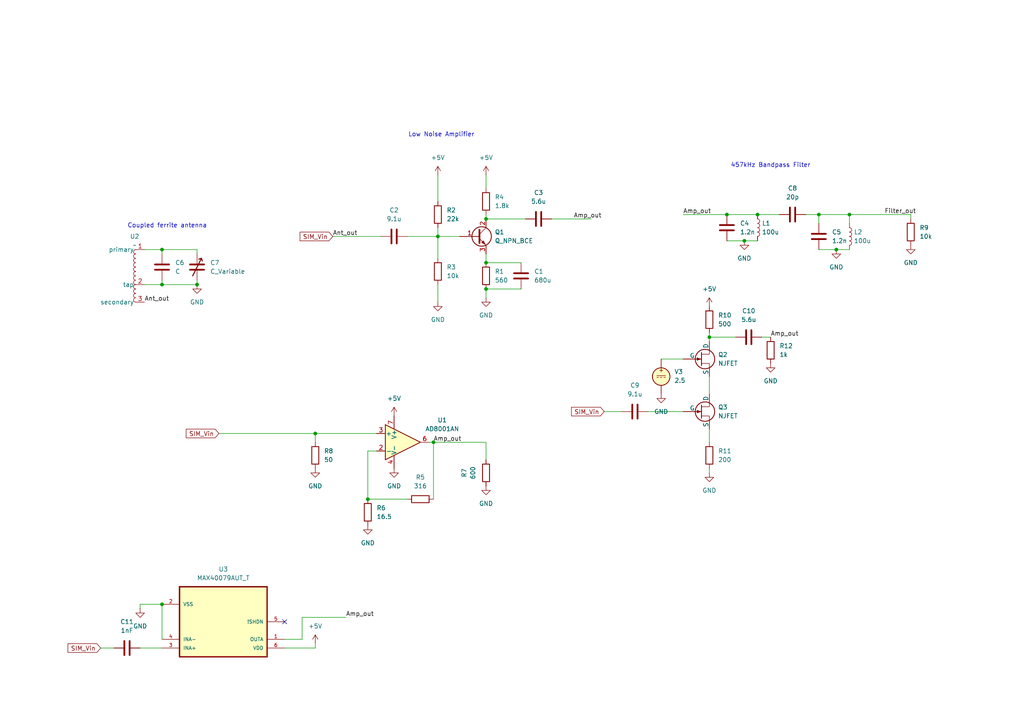
<source format=kicad_sch>
(kicad_sch (version 20250114) (generator "eeschema") (generator_version "9.0")
  (paper "A4")
  (lib_symbols
    (symbol "+5V_1" (power) (pin_numbers (hide yes)) (pin_names (offset 0) (hide yes))
      (property "Value" "+5V" (at 0 3.556 0))
      (symbol "+5V_1_0_1"
        (polyline (pts (xy -0.762 1.27) (xy 0 2.54)))
        (polyline (pts (xy 0 2.54) (xy 0.762 1.27)))
        (polyline (pts (xy 0 0) (xy 0 2.54)))
      )
      (symbol "+5V_1_1_1"
        (pin power_in line (at 0 0 90) (length 0) (name "~") (number "1"))
      )
    )
    (symbol "Amplifier_Operational:AD8001AN" (pin_names (offset 0.127))
      (property "Reference" "U" (at 0 6.35 0))
      (property "Value" "AD8001AN" (at 0 3.81 0))
      (symbol "AD8001AN_0_1"
        (polyline (pts (xy -5.08 5.08) (xy 5.08 0) (xy -5.08 -5.08) (xy -5.08 5.08)) (stroke (width 0.254)) (fill (type background)))
      )
      (symbol "AD8001AN_1_1"
        (pin input line (at -7.62 2.54 0) (length 2.54) (name "+") (number "3"))
        (pin input line (at -7.62 -2.54 0) (length 2.54) (name "-") (number "2"))
        (pin no_connect line (at -5.08 -2.54 90) (length 2.54) (hide yes) (name "NC") (number "1"))
        (pin power_in line (at -2.54 7.62 270) (length 3.81) (name "V+") (number "7"))
        (pin no_connect line (at -2.54 -2.54 90) (length 2.54) (hide yes) (name "NC") (number "5"))
        (pin power_in line (at -2.54 -7.62 90) (length 3.81) (name "V-") (number "4"))
        (pin no_connect line (at 0 -2.54 90) (length 2.54) (hide yes) (name "NC") (number "8"))
        (pin output line (at 7.62 0 180) (length 2.54) (name "~") (number "6"))
      )
    )
    (symbol "Device:C" (pin_numbers (hide yes)) (pin_names (offset 0.254))
      (property "Reference" "C" (at 0.635 2.54 0))
      (property "Value" "C" (at 0.635 -2.54 0))
      (symbol "C_0_1"
        (polyline (pts (xy -2.032 0.762) (xy 2.032 0.762)) (stroke (width 0.508)))
        (polyline (pts (xy -2.032 -0.762) (xy 2.032 -0.762)) (stroke (width 0.508)))
      )
      (symbol "C_1_1"
        (pin passive line (at 0 3.81 270) (length 2.794) (name "~") (number "1"))
        (pin passive line (at 0 -3.81 90) (length 2.794) (name "~") (number "2"))
      )
    )
    (symbol "Device:C_Variable" (pin_numbers (hide yes)) (pin_names (offset 0.254) (hide yes))
      (property "Reference" "C" (at 0.635 -1.905 0))
      (property "Value" "C_Variable" (at 0.635 -3.81 0))
      (symbol "C_Variable_0_1"
        (polyline (pts (xy -2.032 0.762) (xy 2.032 0.762)) (stroke (width 0.508)))
        (polyline (pts (xy -2.032 -0.762) (xy 2.032 -0.762)) (stroke (width 0.508)))
        (polyline (pts (xy 1.27 2.54) (xy -1.27 -2.54)) (stroke (width 0.3048)))
        (polyline (pts (xy 1.27 2.54) (xy 0.508 2.286)) (stroke (width 0.3048)))
        (polyline (pts (xy 1.27 2.54) (xy 1.524 1.778)) (stroke (width 0.3048)))
      )
      (symbol "C_Variable_1_1"
        (pin passive line (at 0 3.81 270) (length 3.048) (name "~") (number "1"))
        (pin passive line (at 0 -3.81 90) (length 3.048) (name "~") (number "2"))
      )
    )
    (symbol "Device:L" (pin_numbers (hide yes)) (pin_names (offset 1.016) (hide yes))
      (property "Reference" "L" (at -1.27 0 90))
      (property "Value" "L" (at 1.905 0 90))
      (symbol "L_0_1"
        (arc (start 0 2.54) (mid 0.6323 1.905) (end 0 1.27))
        (arc (start 0 1.27) (mid 0.6323 0.635) (end 0 0))
        (arc (start 0 0) (mid 0.6323 -0.635) (end 0 -1.27))
        (arc (start 0 -1.27) (mid 0.6323 -1.905) (end 0 -2.54))
      )
      (symbol "L_1_1"
        (pin passive line (at 0 3.81 270) (length 1.27) (name "1") (number "1"))
        (pin passive line (at 0 -3.81 90) (length 1.27) (name "2") (number "2"))
      )
    )
    (symbol "Device:Q_NPN_BCE" (pin_names (offset 0) (hide yes))
      (property "Reference" "Q" (at 5.08 1.27 0))
      (property "Value" "Q_NPN_BCE" (at 5.08 -1.27 0))
      (symbol "Q_NPN_BCE_0_1"
        (polyline (pts (xy 0.635 1.905) (xy 0.635 -1.905) (xy 0.635 -1.905)) (stroke (width 0.508)))
        (polyline (pts (xy 0.635 0.635) (xy 2.54 2.54)))
        (polyline (pts (xy 0.635 -0.635) (xy 2.54 -2.54) (xy 2.54 -2.54)))
        (circle (center 1.27 0) (radius 2.8194) (stroke (width 0.254)))
        (polyline (pts (xy 1.27 -1.778) (xy 1.778 -1.27) (xy 2.286 -2.286) (xy 1.27 -1.778) (xy 1.27 -1.778)) (fill (type outline)))
      )
      (symbol "Q_NPN_BCE_1_1"
        (pin input line (at -5.08 0 0) (length 5.715) (name "B") (number "1"))
        (pin passive line (at 2.54 5.08 270) (length 2.54) (name "C") (number "2"))
        (pin passive line (at 2.54 -5.08 90) (length 2.54) (name "E") (number "3"))
      )
    )
    (symbol "Device:R" (pin_numbers (hide yes)) (pin_names (offset 0))
      (property "Reference" "R" (at 2.032 0 90))
      (property "Value" "R" (at 0 0 90))
      (symbol "R_0_1"
        (rectangle (start -1.016 -2.54) (end 1.016 2.54) (stroke (width 0.254)))
      )
      (symbol "R_1_1"
        (pin passive line (at 0 3.81 270) (length 1.27) (name "~") (number "1"))
        (pin passive line (at 0 -3.81 90) (length 1.27) (name "~") (number "2"))
      )
    )
    (symbol "GND_1" (power) (pin_numbers (hide yes)) (pin_names (offset 0) (hide yes))
      (property "Value" "GND" (at 0 -3.81 0))
      (symbol "GND_1_0_1"
        (polyline (pts (xy 0 0) (xy 0 -1.27) (xy 1.27 -1.27) (xy 0 -2.54) (xy -1.27 -1.27) (xy 0 -1.27)))
      )
      (symbol "GND_1_1_1"
        (pin power_in line (at 0 0 270) (length 0) (name "~") (number "1"))
      )
    )
    (symbol "Op-Amp:MAX40079AUT_T" (pin_names (offset 1.016))
      (property "Reference" "U" (at -12.7 11.16 0))
      (property "Value" "MAX40079AUT_T" (at -12.7 -14.16 0))
      (symbol "MAX40079AUT_T_0_0"
        (rectangle (start -12.7 -10.16) (end 12.7 10.16) (stroke (width 0.41)) (fill (type background)))
      )
      (symbol "MAX40079AUT_T_1_0"
        (pin input line (at -17.78 7.62 0) (length 5.08) (name "VDD") (number "6"))
        (pin input line (at -17.78 5.08 0) (length 5.08) (name "OUTA") (number "1"))
        (pin bidirectional line (at -17.78 0 0) (length 5.08) (name "!SHDN") (number "5"))
        (pin output line (at 17.78 7.62 180) (length 5.08) (name "INA+") (number "3"))
        (pin output line (at 17.78 5.08 180) (length 5.08) (name "INA-") (number "4"))
        (pin power_in line (at 17.78 -5.08 180) (length 5.08) (name "VSS") (number "2"))
      )
    )
    (symbol "Simulation_SPICE:NJFET" (pin_numbers (hide yes)) (pin_names (offset 0))
      (property "Reference" "Q" (at 5.08 1.27 0))
      (property "Value" "NJFET" (at 5.08 -1.27 0))
      (symbol "NJFET_0_1"
        (polyline (pts (xy 0 0) (xy -1.016 0.381) (xy -1.016 -0.381) (xy 0 0)) (fill (type outline)))
        (polyline (pts (xy 0.254 1.905) (xy 0.254 -1.905) (xy 0.254 -1.905)) (stroke (width 0.254)))
        (circle (center 1.27 0) (radius 2.8194) (stroke (width 0.254)))
        (polyline (pts (xy 2.54 2.54) (xy 2.54 1.397) (xy 0.254 1.397)))
        (polyline (pts (xy 2.54 -2.54) (xy 2.54 -1.27) (xy 0.254 -1.27)))
      )
      (symbol "NJFET_1_1"
        (pin input line (at -5.08 0 0) (length 5.334) (name "G") (number "2"))
        (pin passive line (at 2.54 5.08 270) (length 2.54) (name "D") (number "1"))
        (pin passive line (at 2.54 -5.08 90) (length 2.54) (name "S") (number "3"))
      )
    )
    (symbol "Simulation_SPICE:VDC" (pin_numbers (hide yes)) (pin_names (offset 0.0254))
      (property "Reference" "V" (at 2.54 2.54 0))
      (property "Value" "1" (at 2.54 0 0))
      (symbol "VDC_0_0"
        (polyline (pts (xy -1.27 0.254) (xy 1.27 0.254)))
        (polyline (pts (xy -0.762 -0.254) (xy -1.27 -0.254)))
        (polyline (pts (xy 0.254 -0.254) (xy -0.254 -0.254)))
        (polyline (pts (xy 1.27 -0.254) (xy 0.762 -0.254)))
        (text "+" (at 0 1.905 0) (effects (font (size 1.27 1.27))))
      )
      (symbol "VDC_0_1"
        (circle (center 0 0) (radius 2.54) (stroke (width 0.254)) (fill (type background)))
      )
      (symbol "VDC_1_1"
        (pin passive line (at 0 5.08 270) (length 2.54) (name "~") (number "1"))
        (pin passive line (at 0 -5.08 90) (length 2.54) (name "~") (number "2"))
      )
    )
    (symbol "antenna:Ferrite_antenna_tapped"
      (property "Reference" "U" (at 0 0 0))
      (symbol "Ferrite_antenna_tapped_0_1"
        (arc (start -2.54 -3.81) (mid -3.175 -3.175) (end -2.54 -2.54))
        (arc (start -2.54 -5.08) (mid -3.175 -4.445) (end -2.54 -3.81))
        (arc (start -2.54 -6.35) (mid -3.175 -5.715) (end -2.54 -5.08))
        (arc (start -2.54 -7.62) (mid -3.175 -6.985) (end -2.54 -6.35))
        (arc (start -2.54 -8.89) (mid -3.175 -8.255) (end -2.54 -7.62))
        (arc (start -2.54 -10.16) (mid -3.175 -9.525) (end -2.54 -8.89))
        (arc (start -2.54 -11.43) (mid -3.175 -10.795) (end -2.54 -10.16))
        (arc (start -2.54 -12.7) (mid -3.175 -12.065) (end -2.54 -11.43))
        (arc (start -2.54 -13.97) (mid -3.175 -13.335) (end -2.54 -12.7))
        (arc (start -2.54 -15.24) (mid -3.175 -14.605) (end -2.54 -13.97))
        (arc (start -2.54 -16.51) (mid -3.175 -15.875) (end -2.54 -15.24))
        (arc (start -2.54 -17.78) (mid -3.175 -17.145) (end -2.54 -16.51))
      )
      (symbol "Ferrite_antenna_tapped_1_1"
        (pin passive line (at 0 -2.54 180) (length 2.54) (name "primary") (number "1"))
        (pin passive line (at 0 -12.7 180) (length 2.54) (name "tap") (number "2"))
        (pin passive line (at 0 -17.78 180) (length 2.54) (name "secondary") (number "3"))
      )
    )
    (symbol "power:+5V" (power) (pin_names (offset 0))
      (property "Value" "+5V" (at 0 3.556 0))
      (symbol "+5V_0_1"
        (polyline (pts (xy -0.762 1.27) (xy 0 2.54)))
        (polyline (pts (xy 0 2.54) (xy 0.762 1.27)))
        (polyline (pts (xy 0 0) (xy 0 2.54)))
      )
      (symbol "+5V_1_1"
        (pin power_in line (at 0 0 90) (length 0) (hide yes) (name "+5V") (number "1"))
      )
    )
    (symbol "power:GND" (power) (pin_names (offset 0))
      (property "Value" "GND" (at 0 -3.81 0))
      (symbol "GND_0_1"
        (polyline (pts (xy 0 0) (xy 0 -1.27) (xy 1.27 -1.27) (xy 0 -2.54) (xy -1.27 -1.27) (xy 0 -1.27)))
      )
      (symbol "GND_1_1"
        (pin power_in line (at 0 0 270) (length 0) (hide yes) (name "GND") (number "1"))
      )
    )
  )
  (text "Low Noise Amplifier" (at 128.016 39.116 0) (effects (font (size 1.27 1.27))))
  (text "Coupled ferrite antenna" (at 48.514 65.532 0) (effects (font (size 1.27 1.27))))
  (text "457kHz Bandpass Filter" (at 223.52 48.006 0) (effects (font (size 1.27 1.27))))
  (junction (at 91.44 125.73))
  (junction (at 57.15 82.55))
  (junction (at 215.9 69.85))
  (junction (at 219.71 62.23))
  (junction (at 140.97 76.2))
  (junction (at 246.38 62.23))
  (junction (at 205.74 97.79))
  (junction (at 242.57 72.39))
  (junction (at 127 68.58))
  (junction (at 106.68 144.78))
  (junction (at 237.49 62.23))
  (junction (at 210.82 62.23))
  (junction (at 46.99 82.55))
  (junction (at 46.99 72.39))
  (junction (at 140.97 83.82))
  (junction (at 140.97 63.5))
  (junction (at 125.73 128.27))
  (junction (at 46.99 175.26))
  (no_connect (at 82.55 180.34))
  (wire (pts (xy 82.55 187.96) (xy 91.44 187.96)))
  (wire (pts (xy 264.16 63.5) (xy 264.16 62.23)))
  (wire (pts (xy 40.64 175.26) (xy 46.99 175.26)))
  (wire (pts (xy 63.5 125.73) (xy 91.44 125.73)))
  (wire (pts (xy 246.38 62.23) (xy 264.16 62.23)))
  (wire (pts (xy 140.97 50.8) (xy 140.97 54.61)))
  (wire (pts (xy 87.63 179.07) (xy 100.33 179.07)))
  (wire (pts (xy 40.64 187.96) (xy 46.99 187.96)))
  (wire (pts (xy 91.44 125.73) (xy 91.44 128.27)))
  (wire (pts (xy 96.52 68.58) (xy 110.49 68.58)))
  (wire (pts (xy 140.97 83.82) (xy 151.13 83.82)))
  (wire (pts (xy 41.91 72.39) (xy 46.99 72.39)))
  (wire (pts (xy 198.12 62.23) (xy 210.82 62.23)))
  (wire (pts (xy 205.74 137.16) (xy 205.74 135.89)))
  (wire (pts (xy 106.68 130.81) (xy 106.68 144.78)))
  (wire (pts (xy 233.68 62.23) (xy 237.49 62.23)))
  (wire (pts (xy 187.96 119.38) (xy 198.12 119.38)))
  (wire (pts (xy 82.55 185.42) (xy 87.63 185.42)))
  (wire (pts (xy 125.73 128.27) (xy 125.73 144.78)))
  (wire (pts (xy 140.97 62.23) (xy 140.97 63.5)))
  (wire (pts (xy 40.64 175.26) (xy 40.64 176.53)))
  (wire (pts (xy 87.63 185.42) (xy 87.63 179.07)))
  (wire (pts (xy 205.74 97.79) (xy 205.74 99.06)))
  (wire (pts (xy 127 66.04) (xy 127 68.58)))
  (wire (pts (xy 215.9 69.85) (xy 219.71 69.85)))
  (wire (pts (xy 46.99 81.28) (xy 46.99 82.55)))
  (wire (pts (xy 29.21 187.96) (xy 33.02 187.96)))
  (wire (pts (xy 140.97 128.27) (xy 125.73 128.27)))
  (wire (pts (xy 106.68 130.81) (xy 109.22 130.81)))
  (wire (pts (xy 127 50.8) (xy 127 58.42)))
  (wire (pts (xy 151.13 76.2) (xy 140.97 76.2)))
  (wire (pts (xy 91.44 187.96) (xy 91.44 186.69)))
  (wire (pts (xy 152.4 63.5) (xy 140.97 63.5)))
  (wire (pts (xy 237.49 72.39) (xy 242.57 72.39)))
  (wire (pts (xy 219.71 62.23) (xy 226.06 62.23)))
  (wire (pts (xy 57.15 72.39) (xy 57.15 73.66)))
  (wire (pts (xy 46.99 72.39) (xy 57.15 72.39)))
  (wire (pts (xy 246.38 62.23) (xy 237.49 62.23)))
  (wire (pts (xy 205.74 97.79) (xy 213.36 97.79)))
  (wire (pts (xy 127 68.58) (xy 127 74.93)))
  (wire (pts (xy 220.98 97.79) (xy 223.52 97.79)))
  (wire (pts (xy 175.26 119.38) (xy 180.34 119.38)))
  (wire (pts (xy 237.49 62.23) (xy 237.49 64.77)))
  (wire (pts (xy 125.73 128.27) (xy 124.46 128.27)))
  (wire (pts (xy 91.44 125.73) (xy 109.22 125.73)))
  (wire (pts (xy 140.97 86.36) (xy 140.97 83.82)))
  (wire (pts (xy 205.74 109.22) (xy 205.74 114.3)))
  (wire (pts (xy 127 87.63) (xy 127 82.55)))
  (wire (pts (xy 140.97 133.35) (xy 140.97 128.27)))
  (wire (pts (xy 210.82 69.85) (xy 215.9 69.85)))
  (wire (pts (xy 140.97 73.66) (xy 140.97 76.2)))
  (wire (pts (xy 205.74 96.52) (xy 205.74 97.79)))
  (wire (pts (xy 246.38 64.77) (xy 246.38 62.23)))
  (wire (pts (xy 46.99 175.26) (xy 46.99 185.42)))
  (wire (pts (xy 41.91 82.55) (xy 46.99 82.55)))
  (wire (pts (xy 133.35 68.58) (xy 127 68.58)))
  (wire (pts (xy 46.99 82.55) (xy 57.15 82.55)))
  (wire (pts (xy 242.57 72.39) (xy 246.38 72.39)))
  (wire (pts (xy 46.99 73.66) (xy 46.99 72.39)))
  (wire (pts (xy 160.02 63.5) (xy 171.45 63.5)))
  (wire (pts (xy 191.77 104.14) (xy 198.12 104.14)))
  (wire (pts (xy 106.68 144.78) (xy 118.11 144.78)))
  (wire (pts (xy 57.15 81.28) (xy 57.15 82.55)))
  (wire (pts (xy 210.82 62.23) (xy 219.71 62.23)))
  (wire (pts (xy 205.74 128.27) (xy 205.74 124.46)))
  (wire (pts (xy 118.11 68.58) (xy 127 68.58)))
  (label "Amp_out" (at 125.73 128.27 0))
  (label "Filter_out" (at 256.54 62.23 0))
  (label "Ant_out" (at 41.91 87.63 0))
  (label "Amp_out" (at 166.37 63.5 0))
  (label "Amp_out" (at 223.52 97.79 0))
  (label "Amp_out" (at 198.12 62.23 0))
  (label "Amp_out" (at 100.33 179.07 0))
  (label "Ant_out" (at 96.52 68.58 0))
  (global_label "SIM_Vin" (shape input) (at 29.21 187.96 180) (property "Intersheetrefs" "${INTERSHEET_REFS}" (effects (hide yes))))
  (global_label "SIM_Vin" (shape input) (at 175.26 119.38 180) (property "Intersheetrefs" "${INTERSHEET_REFS}" (effects (hide yes))))
  (global_label "SIM_Vin" (shape input) (at 63.5 125.73 180) (property "Intersheetrefs" "${INTERSHEET_REFS}" (effects (hide yes))))
  (global_label "SIM_Vin" (shape input) (at 96.52 68.58 180) (property "Intersheetrefs" "${INTERSHEET_REFS}" (effects (hide yes))))
  (symbol (lib_id "Device:R") (at 205.74 132.08 0) (unit 1) (exclude_from_sim yes)
    (property "Reference" "R11" (at 208.28 130.8099 0) (effects (justify left)))
    (property "Value" "200" (at 208.28 133.3499 0) (effects (justify left)))
    (property "Description" "Resistor" (effects (hide yes)))
  )
  (symbol (lib_id "Amplifier_Operational:AD8001AN") (at 116.84 128.27 0) (unit 1) (exclude_from_sim yes)
    (property "Reference" "U1" (at 128.27 121.8498 0))
    (property "Value" "AD8001AN" (at 128.27 124.3898 0))
    (property "Footprint" "Package_DIP:DIP-8_W7.62mm" (effects (hide yes)))
    (property "Datasheet" "https://www.analog.com/media/en/technical-documentation/data-sheets/ad8001.pdf" (effects (hide yes)))
    (property "Description" "Current Feedback Amplifier, 800 MHz, 50mW, DIP-8" (effects (hide yes)))
    (property "Sim.Library" "../spice_libraries/KiCad-Spice-Library/Models/uncategorized/spice_complete/AD6A.LIB" (effects (hide yes)))
    (property "Sim.Name" "AD8001AN" (effects (hide yes)))
    (property "Sim.Device" "SUBCKT" (effects (hide yes)))
    (property "Sim.Pins" "1=3 2=2 3=7 4=4 5=6" (effects (hide yes)))
  )
  (symbol (lib_id "power:GND") (at 140.97 140.97 0) (unit 1) (exclude_from_sim yes)
    (property "Reference" "#PWR015" (effects (hide yes)))
    (property "Value" "GND" (at 140.97 146.05 0))
    (property "Description" "Power symbol creates a global label with name \"GND\" , ground" (effects (hide yes)))
  )
  (symbol (lib_id "Simulation_SPICE:NJFET") (at 203.2 104.14 0) (unit 1) (exclude_from_sim yes)
    (property "Reference" "Q2" (at 208.28 102.8699 0) (effects (justify left)))
    (property "Value" "NJFET" (at 208.28 105.4099 0) (effects (justify left)))
    (property "Datasheet" "https://ngspice.sourceforge.io/docs/ngspice-html-manual/manual.xhtml#cha_JFETs" (effects (hide yes)))
    (property "Description" "N-JFET transistor, for simulation only" (effects (hide yes)))
    (property "Sim.Device" "NJFET" (effects (hide yes)))
    (property "Sim.Type" "SHICHMANHODGES" (effects (hide yes)))
    (property "Sim.Pins" "1=D 2=G 3=S" (effects (hide yes)))
  )
  (symbol (lib_name "+5V_1") (lib_id "power:+5V") (at 91.44 186.69 0) (unit 1)
    (property "Reference" "#PWR023" (effects (hide yes)))
    (property "Value" "+5V" (at 91.44 181.61 0))
    (property "Description" "Power symbol creates a global label with name \"+5V\"" (effects (hide yes)))
  )
  (symbol (lib_id "power:GND") (at 264.16 71.12 0) (unit 1) (exclude_from_sim yes)
    (property "Reference" "#PWR013" (effects (hide yes)))
    (property "Value" "GND" (at 264.16 76.2 0))
    (property "Description" "Power symbol creates a global label with name \"GND\" , ground" (effects (hide yes)))
  )
  (symbol (lib_id "power:GND") (at 127 87.63 0) (unit 1) (exclude_from_sim yes)
    (property "Reference" "#PWR03" (effects (hide yes)))
    (property "Value" "GND" (at 127 92.71 0))
    (property "Description" "Power symbol creates a global label with name \"GND\" , ground" (effects (hide yes)))
  )
  (symbol (lib_id "Device:L") (at 246.38 68.58 0) (unit 1) (exclude_from_sim yes)
    (property "Reference" "L2" (at 247.65 67.3099 0) (effects (justify left)))
    (property "Value" "100u" (at 247.65 69.8499 0) (effects (justify left)))
    (property "Description" "Inductor" (effects (hide yes)))
  )
  (symbol (lib_id "Device:C_Variable") (at 57.15 77.47 0) (unit 1) (exclude_from_sim yes)
    (property "Reference" "C7" (at 60.96 76.1999 0) (effects (justify left)))
    (property "Value" "C_Variable" (at 60.96 78.7399 0) (effects (justify left)))
    (property "Description" "Variable capacitor" (effects (hide yes)))
  )
  (symbol (lib_id "Device:R") (at 127 62.23 0) (unit 1) (exclude_from_sim yes)
    (property "Reference" "R2" (at 129.54 60.9599 0) (effects (justify left)))
    (property "Value" "22k" (at 129.54 63.4999 0) (effects (justify left)))
    (property "Description" "Resistor" (effects (hide yes)))
  )
  (symbol (lib_id "Device:R") (at 140.97 137.16 180) (unit 1) (exclude_from_sim yes)
    (property "Reference" "R7" (at 134.62 137.16 90))
    (property "Value" "600" (at 137.16 137.16 90))
    (property "Description" "Resistor" (effects (hide yes)))
  )
  (symbol (lib_id "Device:L") (at 219.71 66.04 0) (unit 1) (exclude_from_sim yes)
    (property "Reference" "L1" (at 220.98 64.7699 0) (effects (justify left)))
    (property "Value" "100u" (at 220.98 67.3099 0) (effects (justify left)))
    (property "Description" "Inductor" (effects (hide yes)))
  )
  (symbol (lib_id "Device:C") (at 229.87 62.23 270) (unit 1) (exclude_from_sim yes)
    (property "Reference" "C8" (at 229.87 54.61 90))
    (property "Value" "20p" (at 229.87 57.15 90))
    (property "Description" "Unpolarized capacitor" (effects (hide yes)))
  )
  (symbol (lib_id "antenna:Ferrite_antenna_tapped") (at 41.91 69.85 0) (unit 1) (exclude_from_sim yes)
    (property "Reference" "U2" (at 39.0525 68.58 0))
    (property "Value" "~" (at 39.0525 71.12 0))
  )
  (symbol (lib_id "power:GND") (at 57.15 82.55 0) (unit 1) (exclude_from_sim yes)
    (property "Reference" "#PWR011" (effects (hide yes)))
    (property "Value" "GND" (at 57.15 87.63 0))
    (property "Description" "Power symbol creates a global label with name \"GND\" , ground" (effects (hide yes)))
  )
  (symbol (lib_id "Device:C") (at 151.13 80.01 0) (unit 1) (exclude_from_sim yes)
    (property "Reference" "C1" (at 154.94 78.7399 0) (effects (justify left)))
    (property "Value" "680u" (at 154.94 81.2799 0) (effects (justify left)))
    (property "Description" "Unpolarized capacitor" (effects (hide yes)))
  )
  (symbol (lib_id "power:GND") (at 191.77 114.3 0) (unit 1) (exclude_from_sim yes)
    (property "Reference" "#PWR021" (effects (hide yes)))
    (property "Value" "GND" (at 191.77 119.38 0))
    (property "Description" "Power symbol creates a global label with name \"GND\" , ground" (effects (hide yes)))
  )
  (symbol (lib_id "Device:C") (at 156.21 63.5 90) (unit 1) (exclude_from_sim yes)
    (property "Reference" "C3" (at 156.21 55.88 90))
    (property "Value" "5.6u" (at 156.21 58.42 90))
    (property "Description" "Unpolarized capacitor" (effects (hide yes)))
  )
  (symbol (lib_id "Device:C") (at 46.99 77.47 0) (unit 1) (exclude_from_sim yes)
    (property "Reference" "C6" (at 50.8 76.1999 0) (effects (justify left)))
    (property "Value" "C" (at 50.8 78.7399 0) (effects (justify left)))
    (property "Description" "Unpolarized capacitor" (effects (hide yes)))
  )
  (symbol (lib_id "power:+5V") (at 140.97 50.8 0) (unit 1) (exclude_from_sim yes)
    (property "Reference" "#PWR02" (effects (hide yes)))
    (property "Value" "+5V" (at 140.97 45.72 0))
    (property "Description" "Power symbol creates a global label with name \"+5V\"" (effects (hide yes)))
  )
  (symbol (lib_id "power:+5V") (at 127 50.8 0) (unit 1) (exclude_from_sim yes)
    (property "Reference" "#PWR01" (effects (hide yes)))
    (property "Value" "+5V" (at 127 45.72 0))
    (property "Description" "Power symbol creates a global label with name \"+5V\"" (effects (hide yes)))
  )
  (symbol (lib_id "power:GND") (at 106.68 152.4 0) (unit 1) (exclude_from_sim yes)
    (property "Reference" "#PWR014" (effects (hide yes)))
    (property "Value" "GND" (at 106.68 157.48 0))
    (property "Description" "Power symbol creates a global label with name \"GND\" , ground" (effects (hide yes)))
  )
  (symbol (lib_name "GND_1") (lib_id "power:GND") (at 40.64 176.53 0) (unit 1)
    (property "Reference" "#PWR018" (effects (hide yes)))
    (property "Value" "GND" (at 40.64 181.61 0))
    (property "Description" "Power symbol creates a global label with name \"GND\" , ground" (effects (hide yes)))
  )
  (symbol (lib_id "power:GND") (at 114.3 135.89 0) (unit 1) (exclude_from_sim yes)
    (property "Reference" "#PWR016" (effects (hide yes)))
    (property "Value" "GND" (at 114.3 140.97 0))
    (property "Description" "Power symbol creates a global label with name \"GND\" , ground" (effects (hide yes)))
  )
  (symbol (lib_id "power:GND") (at 205.74 137.16 0) (unit 1) (exclude_from_sim yes)
    (property "Reference" "#PWR019" (effects (hide yes)))
    (property "Value" "GND" (at 205.74 142.24 0))
    (property "Description" "Power symbol creates a global label with name \"GND\" , ground" (effects (hide yes)))
  )
  (symbol (lib_id "Device:R") (at 140.97 80.01 0) (unit 1) (exclude_from_sim yes)
    (property "Reference" "R1" (at 143.51 78.7399 0) (effects (justify left)))
    (property "Value" "560" (at 143.51 81.2799 0) (effects (justify left)))
    (property "Description" "Resistor" (effects (hide yes)))
  )
  (symbol (lib_id "Simulation_SPICE:NJFET") (at 203.2 119.38 0) (unit 1) (exclude_from_sim yes)
    (property "Reference" "Q3" (at 208.28 118.1099 0) (effects (justify left)))
    (property "Value" "NJFET" (at 208.28 120.6499 0) (effects (justify left)))
    (property "Datasheet" "https://ngspice.sourceforge.io/docs/ngspice-html-manual/manual.xhtml#cha_JFETs" (effects (hide yes)))
    (property "Description" "N-JFET transistor, for simulation only" (effects (hide yes)))
    (property "Sim.Device" "NJFET" (effects (hide yes)))
    (property "Sim.Type" "SHICHMANHODGES" (effects (hide yes)))
    (property "Sim.Pins" "1=D 2=G 3=S" (effects (hide yes)))
  )
  (symbol (lib_id "Device:R") (at 264.16 67.31 0) (unit 1) (exclude_from_sim yes)
    (property "Reference" "R9" (at 266.7 66.0399 0) (effects (justify left)))
    (property "Value" "10k" (at 266.7 68.5799 0) (effects (justify left)))
    (property "Description" "Resistor" (effects (hide yes)))
  )
  (symbol (lib_id "Device:C") (at 210.82 66.04 180) (unit 1) (exclude_from_sim yes)
    (property "Reference" "C4" (at 214.63 64.7699 0) (effects (justify right)))
    (property "Value" "1.2n" (at 214.63 67.3099 0) (effects (justify right)))
    (property "Description" "Unpolarized capacitor" (effects (hide yes)))
  )
  (symbol (lib_id "Device:C") (at 36.83 187.96 90) (unit 1)
    (property "Reference" "C11" (at 36.83 180.34 90))
    (property "Value" "1nF" (at 36.83 182.88 90))
    (property "Description" "Unpolarized capacitor" (effects (hide yes)))
  )
  (symbol (lib_id "Device:C") (at 217.17 97.79 90) (unit 1) (exclude_from_sim yes)
    (property "Reference" "C10" (at 217.17 90.17 90))
    (property "Value" "5.6u" (at 217.17 92.71 90))
    (property "Description" "Unpolarized capacitor" (effects (hide yes)))
  )
  (symbol (lib_id "power:GND") (at 223.52 105.41 0) (unit 1) (exclude_from_sim yes)
    (property "Reference" "#PWR022" (effects (hide yes)))
    (property "Value" "GND" (at 223.52 110.49 0))
    (property "Description" "Power symbol creates a global label with name \"GND\" , ground" (effects (hide yes)))
  )
  (symbol (lib_id "Device:R") (at 205.74 92.71 0) (unit 1) (exclude_from_sim yes)
    (property "Reference" "R10" (at 208.28 91.4399 0) (effects (justify left)))
    (property "Value" "500" (at 208.28 93.9799 0) (effects (justify left)))
    (property "Description" "Resistor" (effects (hide yes)))
  )
  (symbol (lib_id "Device:R") (at 106.68 148.59 0) (unit 1) (exclude_from_sim yes)
    (property "Reference" "R6" (at 109.22 147.3199 0) (effects (justify left)))
    (property "Value" "16.5" (at 109.22 149.8599 0) (effects (justify left)))
    (property "Description" "Resistor" (effects (hide yes)))
  )
  (symbol (lib_id "Device:C") (at 237.49 68.58 180) (unit 1) (exclude_from_sim yes)
    (property "Reference" "C5" (at 241.3 67.3099 0) (effects (justify right)))
    (property "Value" "1.2n" (at 241.3 69.8499 0) (effects (justify right)))
    (property "Description" "Unpolarized capacitor" (effects (hide yes)))
  )
  (symbol (lib_id "Device:R") (at 127 78.74 0) (unit 1) (exclude_from_sim yes)
    (property "Reference" "R3" (at 129.54 77.4699 0) (effects (justify left)))
    (property "Value" "10k" (at 129.54 80.0099 0) (effects (justify left)))
    (property "Description" "Resistor" (effects (hide yes)))
  )
  (symbol (lib_id "Device:R") (at 140.97 58.42 0) (unit 1) (exclude_from_sim yes)
    (property "Reference" "R4" (at 143.51 57.1499 0) (effects (justify left)))
    (property "Value" "1.8k" (at 143.51 59.6899 0) (effects (justify left)))
    (property "Description" "Resistor" (effects (hide yes)))
  )
  (symbol (lib_id "power:GND") (at 215.9 69.85 0) (unit 1) (exclude_from_sim yes)
    (property "Reference" "#PWR012" (effects (hide yes)))
    (property "Value" "GND" (at 215.9 74.93 0))
    (property "Description" "Power symbol creates a global label with name \"GND\" , ground" (effects (hide yes)))
  )
  (symbol (lib_id "Device:R") (at 223.52 101.6 0) (unit 1) (exclude_from_sim yes)
    (property "Reference" "R12" (at 226.06 100.3299 0) (effects (justify left)))
    (property "Value" "1k" (at 226.06 102.8699 0) (effects (justify left)))
    (property "Description" "Resistor" (effects (hide yes)))
  )
  (symbol (lib_id "power:+5V") (at 205.74 88.9 0) (unit 1) (exclude_from_sim yes)
    (property "Reference" "#PWR020" (effects (hide yes)))
    (property "Value" "+5V" (at 205.74 83.82 0))
    (property "Description" "Power symbol creates a global label with name \"+5V\"" (effects (hide yes)))
  )
  (symbol (lib_id "power:GND") (at 242.57 72.39 0) (unit 1) (exclude_from_sim yes)
    (property "Reference" "#PWR010" (effects (hide yes)))
    (property "Value" "GND" (at 242.57 77.47 0))
    (property "Description" "Power symbol creates a global label with name \"GND\" , ground" (effects (hide yes)))
  )
  (symbol (lib_id "Device:C") (at 114.3 68.58 90) (unit 1) (exclude_from_sim yes)
    (property "Reference" "C2" (at 114.3 60.96 90))
    (property "Value" "9.1u" (at 114.3 63.5 90))
    (property "Description" "Unpolarized capacitor" (effects (hide yes)))
  )
  (symbol (lib_id "power:GND") (at 91.44 135.89 0) (unit 1) (exclude_from_sim yes)
    (property "Reference" "#PWR017" (effects (hide yes)))
    (property "Value" "GND" (at 91.44 140.97 0))
    (property "Description" "Power symbol creates a global label with name \"GND\" , ground" (effects (hide yes)))
  )
  (symbol (lib_id "power:GND") (at 140.97 86.36 0) (unit 1) (exclude_from_sim yes)
    (property "Reference" "#PWR04" (effects (hide yes)))
    (property "Value" "GND" (at 140.97 91.44 0))
    (property "Description" "Power symbol creates a global label with name \"GND\" , ground" (effects (hide yes)))
  )
  (symbol (lib_id "Device:R") (at 121.92 144.78 90) (unit 1) (exclude_from_sim yes)
    (property "Reference" "R5" (at 121.92 138.43 90))
    (property "Value" "316" (at 121.92 140.97 90))
    (property "Description" "Resistor" (effects (hide yes)))
  )
  (symbol (lib_id "Simulation_SPICE:VDC") (at 191.77 109.22 0) (unit 1) (exclude_from_sim yes)
    (property "Reference" "V3" (at 195.58 107.8201 0) (effects (justify left)))
    (property "Value" "2.5" (at 195.58 110.3601 0) (effects (justify left)))
    (property "Datasheet" "https://ngspice.sourceforge.io/docs/ngspice-html-manual/manual.xhtml#sec_Independent_Sources_for" (effects (hide yes)))
    (property "Description" "Voltage source, DC" (effects (hide yes)))
    (property "Sim.Pins" "1=+ 2=-" (effects (hide yes)))
    (property "Sim.Type" "DC" (effects (hide yes)))
    (property "Sim.Device" "V" (effects (hide yes)))
  )
  (symbol (lib_id "Device:C") (at 184.15 119.38 90) (unit 1) (exclude_from_sim yes)
    (property "Reference" "C9" (at 184.15 111.76 90))
    (property "Value" "9.1u" (at 184.15 114.3 90))
    (property "Description" "Unpolarized capacitor" (effects (hide yes)))
  )
  (symbol (lib_id "Device:R") (at 91.44 132.08 180) (unit 1) (exclude_from_sim yes)
    (property "Reference" "R8" (at 93.98 130.8099 0) (effects (justify right)))
    (property "Value" "50" (at 93.98 133.3499 0) (effects (justify right)))
    (property "Description" "Resistor" (effects (hide yes)))
  )
  (symbol (lib_id "Op-Amp:MAX40079AUT_T") (at 64.77 180.34 180) (unit 1)
    (property "Reference" "U3" (at 64.77 165.1 0))
    (property "Value" "MAX40079AUT_T" (at 64.77 167.64 0))
    (property "Footprint" "MAX40079AUT_T:SOT95P280X145-6N" (effects (hide yes)))
    (property "MF" "Analog Devices" (effects (hide yes)))
    (property "Description_1" "Single/Dual/Quad Ultra-Low Input Bias Current, Low-Noise Amplifiers" (effects (hide yes)))
    (property "Package" "SOT-23-6 Maxim Integrated" (effects (hide yes)))
    (property "Price" "None" (effects (hide yes)))
    (property "SnapEDA_Link" "https://www.snapeda.com/parts/MAX40079AUT+T/Analog+Devices/view-part/?ref=snap" (effects (hide yes)))
    (property "MP" "MAX40079AUT+T" (effects (hide yes)))
    (property "Availability" "In Stock" (effects (hide yes)))
    (property "Check_prices" "https://www.snapeda.com/parts/MAX40079AUT+T/Analog+Devices/view-part/?ref=eda" (effects (hide yes)))
    (property "Sim.Library" "/Users/hiramperez/ECE3992/Avy-Dawgs/pcb/spice_libraries/MAX400xx  Op-Amp/max40079.lib" (effects (hide yes)))
    (property "Sim.Name" "MAX40079" (effects (hide yes)))
    (property "Sim.Device" "SUBCKT" (effects (hide yes)))
    (property "Sim.Pins" "1=5 2=4 3=1 4=2 6=3" (effects (hide yes)))
  )
  (symbol (lib_id "power:+5V") (at 114.3 120.65 0) (unit 1) (exclude_from_sim yes)
    (property "Reference" "#PWR09" (effects (hide yes)))
    (property "Value" "+5V" (at 114.3 115.57 0))
    (property "Description" "Power symbol creates a global label with name \"+5V\"" (effects (hide yes)))
  )
  (symbol (lib_id "Device:Q_NPN_BCE") (at 138.43 68.58 0) (unit 1) (exclude_from_sim yes)
    (property "Reference" "Q1" (at 143.51 67.3099 0) (effects (justify left)))
    (property "Value" "Q_NPN_BCE" (at 143.51 69.8499 0) (effects (justify left)))
    (property "Footprint" "Package_TO_SOT_THT:TO-92_Inline" (effects (hide yes)))
    (property "Description" "NPN transistor, base/collector/emitter" (effects (hide yes)))
    (property "Sim.Device" "NPN" (effects (hide yes)))
    (property "Sim.Type" "GUMMELPOON" (effects (hide yes)))
    (property "Sim.Pins" "1=B 2=C 3=E" (effects (hide yes)))
    (property "Sim.Library" "/home/aidan/Avy-Dawgs/pcb/spice_libraries/misc/2N3904" (effects (hide yes)))
    (property "Sim.Name" "2N3904" (effects (hide yes)))
  )
)
</source>
